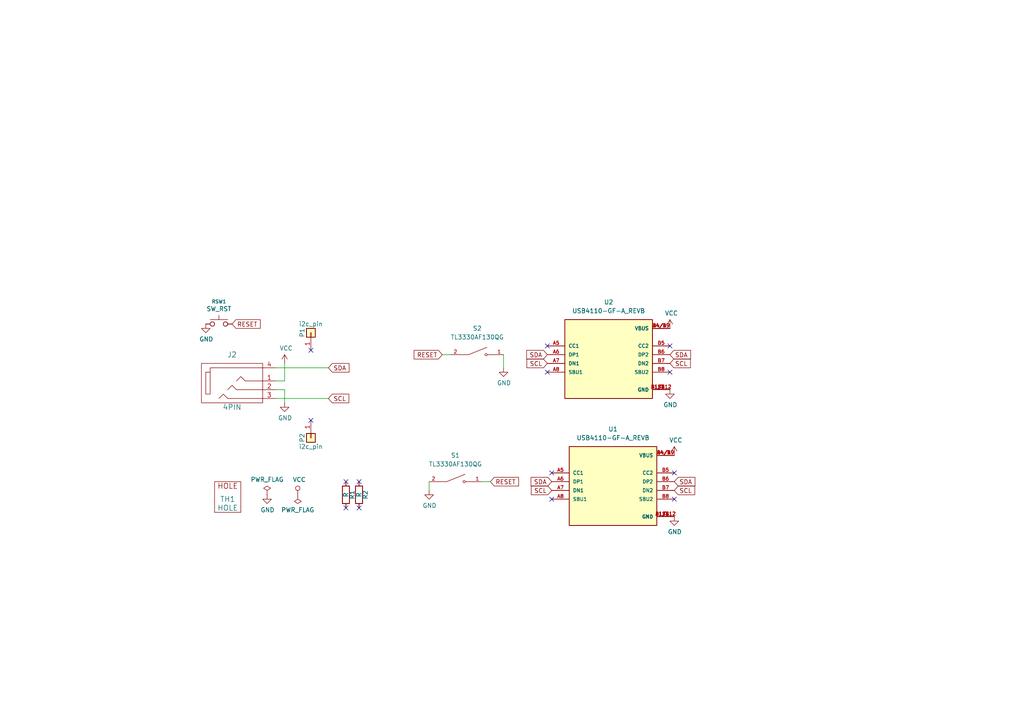
<source format=kicad_sch>
(kicad_sch (version 20211123) (generator eeschema)
  (paper "A4")
  (lib_symbols
    (symbol "Lily58_Pro-rescue:GND-Lily58-cache" (power) (pin_names (offset 0))
      (property "Value" "GND-Lily58-cache" (at 0 -3.81 0))
      (symbol "GND-Lily58-cache_1_1"
        (polyline (pts (xy 0 0) (xy 0 -1.27) (xy 1.27 -1.27) (xy 0 -2.54) (xy -1.27 -1.27) (xy 0 -1.27)))
        (pin power_in line (at 0 0 0) (length 0) hide (name "GND") (number "1"))
      )
    )
    (symbol "Lily58_Pro-rescue:HOLE-Lily58-cache" (pin_names (offset 1.016))
      (property "Reference" "U" (at 0 0 0))
      (property "Value" "HOLE-Lily58-cache" (at 0 -5.08 0))
      (symbol "HOLE-Lily58-cache_0_0"
        (text "HOLE" (at 0 3.81 0) (effects (font (size 1.524 1.524))))
      )
      (symbol "HOLE-Lily58-cache_0_1"
        (rectangle (start 3.81 5.08) (end -3.81 -3.81))
      )
    )
    (symbol "Lily58_Pro-rescue:MJ-4PP-9-Lily58-cache" (pin_names (offset 1.016))
      (property "Reference" "J" (at -8.89 -7.62 0))
      (property "Value" "MJ-4PP-9-Lily58-cache" (at -3.81 6.35 0))
      (symbol "MJ-4PP-9-Lily58-cache_0_1"
        (rectangle (start -7.62 2.54) (end -8.89 -3.81))
        (polyline (pts (xy 2.54 0) (xy 7.62 0)))
        (polyline (pts (xy -2.54 -5.08) (xy 7.62 -5.08) (xy 7.62 -5.08)))
        (polyline (pts (xy 0 -2.54) (xy -1.27 -1.27) (xy -2.54 -2.54)))
        (polyline (pts (xy 0 0) (xy 1.27 1.27) (xy 2.54 0)))
        (polyline (pts (xy 7.62 3.81) (xy -7.62 3.81) (xy -7.62 2.54)))
        (polyline (pts (xy -2.54 -5.08) (xy -3.81 -3.81) (xy -5.08 -5.08) (xy -5.08 -5.08)))
        (polyline (pts (xy 0 -2.54) (xy 7.62 -2.54) (xy 7.62 -2.54) (xy 7.62 -2.54)))
        (rectangle (start 7.62 -6.35) (end -10.16 5.08))
      )
      (symbol "MJ-4PP-9-Lily58-cache_1_1"
        (pin passive line (at 11.43 0 180) (length 3.81) (name "~") (number "1"))
        (pin passive line (at 11.43 -2.54 180) (length 3.81) (name "~") (number "2"))
        (pin passive line (at 11.43 -5.08 180) (length 3.81) (name "~") (number "3"))
        (pin passive line (at 11.43 3.81 180) (length 3.81) (name "~") (number "4"))
      )
    )
    (symbol "Lily58_Pro-rescue:PWR_FLAG-Lily58-cache" (power) (pin_numbers hide) (pin_names (offset 0) hide)
      (property "Value" "PWR_FLAG-Lily58-cache" (at 0 3.81 0))
      (symbol "PWR_FLAG-Lily58-cache_0_0"
        (pin power_out line (at 0 0 90) (length 0) (name "pwr") (number "1"))
      )
      (symbol "PWR_FLAG-Lily58-cache_0_1"
        (polyline (pts (xy 0 0) (xy 0 1.27) (xy -1.016 1.905) (xy 0 2.54) (xy 1.016 1.905) (xy 0 1.27)))
      )
    )
    (symbol "Lily58_Pro-rescue:R-Lily58-cache" (pin_numbers hide) (pin_names (offset 0))
      (property "Reference" "R" (at 0 0 90))
      (property "Value" "R-Lily58-cache" (at -2.54 0 90))
      (symbol "R-Lily58-cache_0_1"
        (rectangle (start -1.016 -2.54) (end 1.016 2.54) (stroke (width 0.254)))
      )
      (symbol "R-Lily58-cache_1_1"
        (pin passive line (at 0 3.81 270) (length 1.27) (name "~") (number "1"))
        (pin passive line (at 0 -3.81 90) (length 1.27) (name "~") (number "2"))
      )
    )
    (symbol "Lily58_Pro-rescue:SW_RST-Lily58-cache" (pin_numbers hide) (pin_names (offset 1.016) hide)
      (property "Reference" "RSW" (at 2.54 2.54 0))
      (property "Value" "SW_RST-Lily58-cache" (at 0 -2.54 0))
      (symbol "SW_RST-Lily58-cache_0_1"
        (polyline (pts (xy -2.54 1.27) (xy 2.54 1.27)))
        (polyline (pts (xy 0 2.54) (xy 0 1.27)))
        (pin passive inverted (at -3.81 0 0) (length 2.54) (name "1") (number "1"))
        (pin passive inverted (at 3.81 0 180) (length 2.54) (name "2") (number "2"))
      )
    )
    (symbol "Lily58_Pro-rescue:VCC-Lily58-cache" (power) (pin_names (offset 0))
      (property "Value" "VCC-Lily58-cache" (at 0 3.81 0))
      (symbol "VCC-Lily58-cache_0_1"
        (polyline (pts (xy 0 0) (xy 0 1.27)))
        (circle (center 0 1.905) (radius 0.635))
      )
      (symbol "VCC-Lily58-cache_1_1"
        (pin power_in line (at 0 0 90) (length 0) hide (name "VCC") (number "1"))
      )
    )
    (symbol "Lily58_Pro-rescue:i2c_pin-Lily58-cache" (pin_names (offset 1.016) hide)
      (property "Reference" "J" (at 0 2.54 0))
      (property "Value" "i2c_pin-Lily58-cache" (at 0 -2.54 0))
      (symbol "i2c_pin-Lily58-cache_1_1"
        (rectangle (start -1.27 0.127) (end 0 -0.127) (stroke (width 0.1524)))
        (rectangle (start -1.27 1.27) (end 1.27 -1.27) (stroke (width 0.254)) (fill (type background)))
        (pin passive line (at -5.08 0 0) (length 3.81) (name "Pin_1") (number "1"))
      )
    )
    (symbol "TL3330AF130QG:TL3330AF130QG" (pin_names (offset 1.016) hide)
      (property "Reference" "S" (at -2.54 2.54 0))
      (property "Value" "TL3330AF130QG" (at -2.54 -2.54 0))
      (symbol "TL3330AF130QG_0_0"
        (polyline (pts (xy -2.54 0) (xy -5.08 0)) (stroke (width 0.1524)))
        (polyline (pts (xy -2.54 0) (xy 2.794 2.1336)) (stroke (width 0.1524)))
        (polyline (pts (xy 5.08 0) (xy 2.921 0)) (stroke (width 0.1524)))
        (circle (center 2.54 0) (radius 0.3302) (stroke (width 0.1524)))
        (pin passive line (at 7.62 0 180) (length 2.54) (name "~") (number "1"))
        (pin passive line (at -7.62 0 0) (length 2.54) (name "~") (number "2"))
      )
    )
    (symbol "USB4110-GF-A_REVB:USB4110-GF-A_REVB" (pin_names (offset 1.016))
      (property "Reference" "J" (at -12.7 11.43 0))
      (property "Value" "USB4110-GF-A_REVB" (at -12.7 -15.24 0))
      (symbol "USB4110-GF-A_REVB_0_0"
        (rectangle (start -12.7 -12.7) (end 12.7 10.16) (stroke (width 0.254)) (fill (type background)))
        (pin power_in line (at 17.78 -10.16 180) (length 5.08) (name "GND") (number "A1/B12"))
        (pin power_in line (at 17.78 7.62 180) (length 5.08) (name "VBUS") (number "A4/B9"))
        (pin bidirectional line (at -17.78 2.54 0) (length 5.08) (name "CC1") (number "A5"))
        (pin bidirectional line (at -17.78 0 0) (length 5.08) (name "DP1") (number "A6"))
        (pin bidirectional line (at -17.78 -2.54 0) (length 5.08) (name "DN1") (number "A7"))
        (pin bidirectional line (at -17.78 -5.08 0) (length 5.08) (name "SBU1") (number "A8"))
        (pin power_in line (at 17.78 -10.16 180) (length 5.08) (name "GND") (number "B1/A12"))
        (pin power_in line (at 17.78 7.62 180) (length 5.08) (name "VBUS") (number "B4/A9"))
        (pin bidirectional line (at 17.78 2.54 180) (length 5.08) (name "CC2") (number "B5"))
        (pin bidirectional line (at 17.78 0 180) (length 5.08) (name "DP2") (number "B6"))
        (pin bidirectional line (at 17.78 -2.54 180) (length 5.08) (name "DN2") (number "B7"))
        (pin bidirectional line (at 17.78 -5.08 180) (length 5.08) (name "SBU2") (number "B8"))
        (pin power_in line (at 17.78 -10.16 180) (length 5.08) (name "GND") (number "S1"))
        (pin power_in line (at 17.78 -10.16 180) (length 5.08) (name "GND") (number "S2"))
        (pin power_in line (at 17.78 -10.16 180) (length 5.08) (name "GND") (number "S3"))
        (pin power_in line (at 17.78 -10.16 180) (length 5.08) (name "GND") (number "S4"))
      )
    )
    (symbol "power:GND" (power) (pin_names (offset 0))
      (property "Value" "GND" (at 0 -3.81 0))
      (symbol "GND_0_1"
        (polyline (pts (xy 0 0) (xy 0 -1.27) (xy 1.27 -1.27) (xy 0 -2.54) (xy -1.27 -1.27) (xy 0 -1.27)))
      )
      (symbol "GND_1_1"
        (pin power_in line (at 0 0 270) (length 0) hide (name "GND") (number "1"))
      )
    )
    (symbol "power:VCC" (power) (pin_names (offset 0))
      (property "Value" "VCC" (at 0 3.81 0))
      (symbol "VCC_0_1"
        (polyline (pts (xy -0.762 1.27) (xy 0 2.54)))
        (polyline (pts (xy 0 0) (xy 0 2.54)))
        (polyline (pts (xy 0 2.54) (xy 0.762 1.27)))
      )
      (symbol "VCC_1_1"
        (pin power_in line (at 0 0 90) (length 0) hide (name "VCC") (number "1"))
      )
    )
  )
  (no_connect (at 100.33 147.32))
  (no_connect (at 90.17 121.92))
  (no_connect (at 194.31 100.33))
  (no_connect (at 195.58 137.16))
  (no_connect (at 195.58 144.78))
  (no_connect (at 100.33 139.7))
  (no_connect (at 160.02 137.16))
  (no_connect (at 104.14 147.32))
  (no_connect (at 194.31 107.95))
  (no_connect (at 158.75 100.33))
  (no_connect (at 160.02 144.78))
  (no_connect (at 104.14 139.7))
  (no_connect (at 90.17 101.6))
  (no_connect (at 158.75 107.95))
  (wire (pts (xy 80.01 113.03) (xy 82.55 113.03)))
  (wire (pts (xy 80.01 106.68) (xy 95.25 106.68)))
  (wire (pts (xy 82.55 105.41) (xy 82.55 110.49)))
  (wire (pts (xy 128.27 102.87) (xy 130.81 102.87)))
  (wire (pts (xy 146.05 106.68) (xy 146.05 102.87)))
  (wire (pts (xy 80.01 115.57) (xy 95.25 115.57)))
  (wire (pts (xy 124.46 142.24) (xy 124.46 139.7)))
  (wire (pts (xy 82.55 110.49) (xy 80.01 110.49)))
  (wire (pts (xy 82.55 113.03) (xy 82.55 116.84)))
  (wire (pts (xy 142.24 139.7) (xy 139.7 139.7)))
  (global_label "RESET" (shape input) (at 128.27 102.87 180) (property "Intersheet References" "${INTERSHEET_REFS}" (effects hide)))
  (global_label "SDA" (shape input) (at 160.02 139.7 180) (property "Intersheet References" "${INTERSHEET_REFS}" (effects hide)))
  (global_label "SDA" (shape input) (at 195.58 139.7 0) (property "Intersheet References" "${INTERSHEET_REFS}" (effects hide)))
  (global_label "SCL" (shape input) (at 195.58 142.24 0) (property "Intersheet References" "${INTERSHEET_REFS}" (effects hide)))
  (global_label "SDA" (shape input) (at 194.31 102.87 0) (property "Intersheet References" "${INTERSHEET_REFS}" (effects hide)))
  (global_label "RESET" (shape input) (at 142.24 139.7 0) (property "Intersheet References" "${INTERSHEET_REFS}" (effects hide)))
  (global_label "SDA" (shape input) (at 158.75 102.87 180) (property "Intersheet References" "${INTERSHEET_REFS}" (effects hide)))
  (global_label "RESET" (shape input) (at 67.31 93.98 0) (property "Intersheet References" "${INTERSHEET_REFS}" (effects hide)))
  (global_label "SCL" (shape input) (at 194.31 105.41 0) (property "Intersheet References" "${INTERSHEET_REFS}" (effects hide)))
  (global_label "SDA" (shape input) (at 95.25 106.68 0) (property "Intersheet References" "${INTERSHEET_REFS}" (effects hide)))
  (global_label "SCL" (shape input) (at 160.02 142.24 180) (property "Intersheet References" "${INTERSHEET_REFS}" (effects hide)))
  (global_label "SCL" (shape input) (at 158.75 105.41 180) (property "Intersheet References" "${INTERSHEET_REFS}" (effects hide)))
  (global_label "SCL" (shape input) (at 95.25 115.57 0) (property "Intersheet References" "${INTERSHEET_REFS}" (effects hide)))
  (symbol (lib_id "Lily58_Pro-rescue:R-Lily58-cache") (at 100.33 143.51 0) (unit 1)
    (property "Reference" "R1" (at 102.87 143.51 90) (effects (justify bottom)))
    (property "Value" "R" (at 100.33 143.51 90))
    (property "Footprint" "Lily58-footprint:RESISTOR_mini" (effects hide))
  )
  (symbol (lib_id "Lily58_Pro-rescue:R-Lily58-cache") (at 104.14 143.51 0) (unit 1)
    (property "Reference" "R2" (at 106.68 143.51 90) (effects (justify bottom)))
    (property "Value" "R" (at 104.14 143.51 90))
    (property "Footprint" "Lily58-footprint:RESISTOR_mini" (effects hide))
  )
  (symbol (lib_id "Lily58_Pro-rescue:MJ-4PP-9-Lily58-cache") (at 68.58 110.49 0) (unit 1)
    (property "Reference" "J2" (at 67.31 102.87 0) (effects (font (size 1.524 1.524))))
    (property "Value" "4PIN" (at 67.31 118.11 0) (effects (font (size 1.524 1.524))))
    (property "Footprint" "Lily58-footprint:MJ-4PP-9" (effects hide))
  )
  (symbol (lib_id "Lily58_Pro-rescue:GND-Lily58-cache") (at 59.69 93.98 0) (unit 1)
    (property "Reference" "#PWR010" (effects hide))
    (property "Value" "GND" (at 59.817 98.3742 0))
  )
  (symbol (lib_id "Lily58_Pro-rescue:PWR_FLAG-Lily58-cache") (at 77.47 143.51 0) (unit 1)
    (property "Reference" "#FLG01" (effects hide))
    (property "Value" "PWR_FLAG" (at 77.47 139.0904 0))
  )
  (symbol (lib_id "Lily58_Pro-rescue:GND-Lily58-cache") (at 77.47 143.51 0) (unit 1)
    (property "Reference" "#PWR012" (effects hide))
    (property "Value" "GND" (at 77.597 147.9042 0))
  )
  (symbol (lib_id "Lily58_Pro-rescue:VCC-Lily58-cache") (at 86.36 143.51 0) (unit 1)
    (property "Reference" "#PWR013" (effects hide))
    (property "Value" "VCC" (at 86.7918 139.1158 0))
  )
  (symbol (lib_id "Lily58_Pro-rescue:PWR_FLAG-Lily58-cache") (at 86.36 143.51 180) (unit 1)
    (property "Reference" "#FLG02" (effects hide))
    (property "Value" "PWR_FLAG" (at 86.36 147.9042 0))
  )
  (symbol (lib_id "Lily58_Pro-rescue:HOLE-Lily58-cache") (at 66.04 144.78 0) (unit 1)
    (property "Reference" "TH1" (at 66.04 144.78 0) (effects (font (size 1.524 1.524))))
    (property "Value" "HOLE" (at 66.04 147.32 0) (effects (font (size 1.524 1.524))))
    (property "Footprint" "Lily58-footprint:M2_HOLE_PCB" (effects hide))
  )
  (symbol (lib_id "Lily58_Pro-rescue:SW_RST-Lily58-cache") (at 63.5 93.98 0) (unit 1)
    (property "Reference" "RSW1" (at 63.5 87.4776 0) (effects (font (size 1.016 1.016))))
    (property "Value" "SW_RST" (at 63.5 89.5858 0))
    (property "Footprint" "Lily58-footprint:TACT_SWITCH_TVBP06" (effects hide))
  )
  (symbol (lib_id "power:GND") (at 82.55 116.84 0) (unit 1)
    (property "Reference" "#PWR02" (effects hide))
    (property "Value" "GND" (at 82.677 121.2342 0))
  )
  (symbol (lib_id "power:VCC") (at 82.55 105.41 0) (unit 1)
    (property "Reference" "#PWR01" (effects hide))
    (property "Value" "VCC" (at 82.9818 101.0158 0))
  )
  (symbol (lib_id "Lily58_Pro-rescue:i2c_pin-Lily58-cache") (at 90.17 96.52 90) (unit 1)
    (property "Reference" "P1" (at 87.63 96.52 0))
    (property "Value" "i2c_pin" (at 90.17 93.98 90))
    (property "Footprint" "Lily58-footprint:1pin_conn" (effects hide))
  )
  (symbol (lib_id "Lily58_Pro-rescue:i2c_pin-Lily58-cache") (at 90.17 127 270) (unit 1)
    (property "Reference" "P2" (at 87.63 127 0))
    (property "Value" "i2c_pin" (at 90.17 129.54 90))
    (property "Footprint" "Lily58-footprint:1pin_conn" (effects hide))
  )
  (symbol (lib_id "USB4110-GF-A_REVB:USB4110-GF-A_REVB") (at 176.53 102.87 0) (unit 1)
    (property "Reference" "U2" (at 176.53 87.63 0))
    (property "Value" "USB4110-GF-A_REVB" (at 176.53 90.17 0))
    (property "Footprint" "GCT_USB4110-GF-A_REVB" (effects hide))
    (property "STANDARD" "Manufacturer Recommendations" (effects hide))
    (property "MAXIMUM_PACKAGE_HEIGHT" "3.26 mm" (effects hide))
    (property "PARTREV" "B" (effects hide))
    (property "MANUFACTURER" "GCT" (effects hide))
  )
  (symbol (lib_id "TL3330AF130QG:TL3330AF130QG") (at 138.43 102.87 0) (unit 1)
    (property "Reference" "S2" (at 138.43 95.25 0))
    (property "Value" "TL3330AF130QG" (at 138.43 97.79 0))
    (property "Footprint" "SW_TL3330AF130QG" (effects hide))
    (property "SNAPEDA_PN" "TL3330AF130QG" (effects hide))
    (property "STANDARD" "Manufacturer Recommendations" (effects hide))
    (property "PARTREV" "B" (effects hide))
    (property "MAXIMUM_PACKAGE_HEIGHT" "3.4 mm" (effects hide))
    (property "MANUFACTURER" "E-Switch" (effects hide))
  )
  (symbol (lib_id "TL3330AF130QG:TL3330AF130QG") (at 132.08 139.7 0) (unit 1)
    (property "Reference" "S1" (at 132.08 132.08 0))
    (property "Value" "TL3330AF130QG" (at 132.08 134.62 0))
    (property "Footprint" "SW_TL3330AF130QG" (effects hide))
    (property "SNAPEDA_PN" "TL3330AF130QG" (effects hide))
    (property "STANDARD" "Manufacturer Recommendations" (effects hide))
    (property "PARTREV" "B" (effects hide))
    (property "MAXIMUM_PACKAGE_HEIGHT" "3.4 mm" (effects hide))
    (property "MANUFACTURER" "E-Switch" (effects hide))
  )
  (symbol (lib_id "Lily58_Pro-rescue:GND-Lily58-cache") (at 146.05 106.68 0) (unit 1)
    (property "Reference" "#PWR0104" (effects hide))
    (property "Value" "GND" (at 146.177 111.0742 0))
  )
  (symbol (lib_id "Lily58_Pro-rescue:GND-Lily58-cache") (at 124.46 142.24 0) (unit 1)
    (property "Reference" "#PWR0103" (effects hide))
    (property "Value" "GND" (at 124.587 146.6342 0))
  )
  (symbol (lib_id "USB4110-GF-A_REVB:USB4110-GF-A_REVB") (at 177.8 139.7 0) (unit 1)
    (property "Reference" "U1" (at 177.8 124.46 0))
    (property "Value" "USB4110-GF-A_REVB" (at 177.8 127 0))
    (property "Footprint" "GCT_USB4110-GF-A_REVB" (effects hide))
    (property "STANDARD" "Manufacturer Recommendations" (effects hide))
    (property "MAXIMUM_PACKAGE_HEIGHT" "3.26 mm" (effects hide))
    (property "PARTREV" "B" (effects hide))
    (property "MANUFACTURER" "GCT" (effects hide))
  )
  (symbol (lib_id "power:VCC") (at 195.58 132.08 0) (unit 1)
    (property "Reference" "#PWR0101" (effects hide))
    (property "Value" "VCC" (at 196.0118 127.6858 0))
  )
  (symbol (lib_id "power:VCC") (at 194.31 95.25 0) (unit 1)
    (property "Reference" "#PWR0105" (effects hide))
    (property "Value" "VCC" (at 194.7418 90.8558 0))
  )
  (symbol (lib_id "power:GND") (at 194.31 113.03 0) (unit 1)
    (property "Reference" "#PWR0106" (effects hide))
    (property "Value" "GND" (at 194.437 117.4242 0))
  )
  (symbol (lib_id "power:GND") (at 195.58 149.86 0) (unit 1)
    (property "Reference" "#PWR0102" (effects hide))
    (property "Value" "GND" (at 195.707 154.2542 0))
  )
)
</source>
